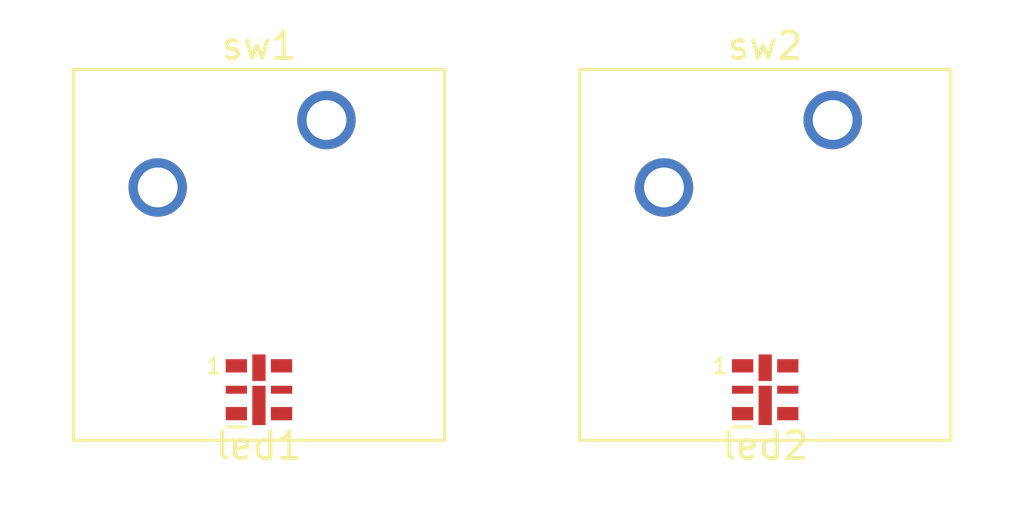
<source format=kicad_pcb>
(kicad_pcb (version 20171130) (host pcbnew 5.1.10)

  (general
    (thickness 1.6)
    (drawings 0)
    (tracks 0)
    (zones 0)
    (modules 4)
    (nets 1)
  )

  (page A4)
  (layers
    (0 F.Cu signal)
    (31 B.Cu signal)
    (32 B.Adhes user)
    (33 F.Adhes user)
    (34 B.Paste user)
    (35 F.Paste user)
    (36 B.SilkS user)
    (37 F.SilkS user)
    (38 B.Mask user)
    (39 F.Mask user)
    (40 Dwgs.User user)
    (41 Cmts.User user)
    (42 Eco1.User user)
    (43 Eco2.User user)
    (44 Edge.Cuts user)
    (45 Margin user)
    (46 B.CrtYd user)
    (47 F.CrtYd user)
    (48 B.Fab user)
    (49 F.Fab user)
  )

  (setup
    (last_trace_width 0.25)
    (trace_clearance 0.2)
    (zone_clearance 0.508)
    (zone_45_only no)
    (trace_min 0.2)
    (via_size 0.8)
    (via_drill 0.4)
    (via_min_size 0.4)
    (via_min_drill 0.3)
    (uvia_size 0.3)
    (uvia_drill 0.1)
    (uvias_allowed no)
    (uvia_min_size 0.2)
    (uvia_min_drill 0.1)
    (edge_width 0.05)
    (segment_width 0.2)
    (pcb_text_width 0.3)
    (pcb_text_size 1.5 1.5)
    (mod_edge_width 0.12)
    (mod_text_size 1 1)
    (mod_text_width 0.15)
    (pad_size 1.524 1.524)
    (pad_drill 0.762)
    (pad_to_mask_clearance 0)
    (aux_axis_origin 0 0)
    (visible_elements FFFFFF7F)
    (pcbplotparams
      (layerselection 0x010fc_ffffffff)
      (usegerberextensions false)
      (usegerberattributes true)
      (usegerberadvancedattributes true)
      (creategerberjobfile true)
      (excludeedgelayer true)
      (linewidth 0.100000)
      (plotframeref false)
      (viasonmask false)
      (mode 1)
      (useauxorigin false)
      (hpglpennumber 1)
      (hpglpenspeed 20)
      (hpglpendiameter 15.000000)
      (psnegative false)
      (psa4output false)
      (plotreference true)
      (plotvalue true)
      (plotinvisibletext false)
      (padsonsilk false)
      (subtractmaskfromsilk false)
      (outputformat 1)
      (mirror false)
      (drillshape 1)
      (scaleselection 1)
      (outputdirectory ""))
  )

  (net 0 "")

  (net_class Default "This is the default net class."
    (clearance 0.2)
    (trace_width 0.25)
    (via_dia 0.8)
    (via_drill 0.4)
    (uvia_dia 0.3)
    (uvia_drill 0.1)
  )

  (module LED_SMD:LED-APA102-2020 (layer F.Cu) (tedit 5CADBF17) (tstamp 6141C9E8)
    (at 74.93 55.245)
    (descr http://www.led-color.com/upload/201604/APA102-2020%20SMD%20LED.pdf)
    (tags "LED RGB SPI")
    (attr smd)
    (fp_text reference led2 (at 0 2.11) (layer F.SilkS)
      (effects (font (size 1 1) (thickness 0.15)))
    )
    (fp_text value LED-APA102-2020 (at 0 -2) (layer F.Fab)
      (effects (font (size 1 1) (thickness 0.15)))
    )
    (fp_text user 1 (at -1.7 -0.9) (layer F.SilkS)
      (effects (font (size 0.6 0.6) (thickness 0.1)))
    )
    (fp_text user %R (at 0 0) (layer F.Fab)
      (effects (font (size 0.3 0.3) (thickness 0.07)))
    )
    (fp_line (start -1 -1) (end 1 -1) (layer F.Fab) (width 0.1))
    (fp_line (start 1 -1) (end 1 1) (layer F.Fab) (width 0.1))
    (fp_line (start 1 1) (end -0.5 1) (layer F.Fab) (width 0.1))
    (fp_line (start -1 0.5) (end -1 -1) (layer F.Fab) (width 0.1))
    (fp_line (start 1.5 -1.4) (end 1.5 1.4) (layer F.CrtYd) (width 0.05))
    (fp_line (start -1.2 1.4) (end -0.5 1.4) (layer F.SilkS) (width 0.12))
    (fp_line (start -1 0.5) (end -0.5 1) (layer F.Fab) (width 0.1))
    (fp_line (start -1.5 -1.4) (end -1.5 1.4) (layer F.CrtYd) (width 0.05))
    (fp_line (start -0.5 1.4) (end -0.5 1.58) (layer F.CrtYd) (width 0.05))
    (fp_line (start -0.5 1.58) (end 0.5 1.58) (layer F.CrtYd) (width 0.05))
    (fp_line (start 0.5 1.58) (end 0.5 1.4) (layer F.CrtYd) (width 0.05))
    (fp_line (start -0.5 -1.4) (end -0.5 -1.58) (layer F.CrtYd) (width 0.05))
    (fp_line (start -0.5 -1.58) (end 0.5 -1.58) (layer F.CrtYd) (width 0.05))
    (fp_line (start 0.5 -1.58) (end 0.5 -1.4) (layer F.CrtYd) (width 0.05))
    (fp_line (start 0.5 -1.4) (end 1.5 -1.4) (layer F.CrtYd) (width 0.05))
    (fp_line (start -1.5 -1.4) (end -0.5 -1.4) (layer F.CrtYd) (width 0.05))
    (fp_line (start -0.5 1.4) (end -1.5 1.4) (layer F.CrtYd) (width 0.05))
    (fp_line (start 1.5 1.4) (end 0.5 1.4) (layer F.CrtYd) (width 0.05))
    (pad 6 smd rect (at 0 0.59 90) (size 1.48 0.5) (layers F.Cu F.Paste F.Mask))
    (pad 1 smd rect (at 0 -0.83 90) (size 1 0.5) (layers F.Cu F.Paste F.Mask))
    (pad 6 smd rect (at 0.85 -0.9) (size 0.8 0.5) (layers F.Cu F.Paste F.Mask))
    (pad 4 smd rect (at 0.85 0.9) (size 0.8 0.5) (layers F.Cu F.Paste F.Mask))
    (pad 5 smd rect (at 0.85 0) (size 0.8 0.3) (layers F.Cu F.Paste F.Mask))
    (pad 3 smd rect (at -0.85 0.9) (size 0.8 0.5) (layers F.Cu F.Paste F.Mask))
    (pad 2 smd rect (at -0.85 0) (size 0.8 0.3) (layers F.Cu F.Paste F.Mask))
    (pad 1 smd rect (at -0.85 -0.9) (size 0.8 0.5) (layers F.Cu F.Paste F.Mask))
    (model ${KISYS3DMOD}/LED_SMD.3dshapes/LED-APA102-2020.wrl
      (at (xyz 0 0 0))
      (scale (xyz 1 1 1))
      (rotate (xyz 0 0 0))
    )
  )

  (module LED_SMD:LED-APA102-2020 (layer F.Cu) (tedit 5CADBF17) (tstamp 6141C96B)
    (at 55.88 55.245)
    (descr http://www.led-color.com/upload/201604/APA102-2020%20SMD%20LED.pdf)
    (tags "LED RGB SPI")
    (attr smd)
    (fp_text reference led1 (at 0 2.11) (layer F.SilkS)
      (effects (font (size 1 1) (thickness 0.15)))
    )
    (fp_text value LED-APA102-2020 (at 0 -2) (layer F.Fab)
      (effects (font (size 1 1) (thickness 0.15)))
    )
    (fp_text user 1 (at -1.7 -0.9) (layer F.SilkS)
      (effects (font (size 0.6 0.6) (thickness 0.1)))
    )
    (fp_text user %R (at 0 0) (layer F.Fab)
      (effects (font (size 0.3 0.3) (thickness 0.07)))
    )
    (fp_line (start -1 -1) (end 1 -1) (layer F.Fab) (width 0.1))
    (fp_line (start 1 -1) (end 1 1) (layer F.Fab) (width 0.1))
    (fp_line (start 1 1) (end -0.5 1) (layer F.Fab) (width 0.1))
    (fp_line (start -1 0.5) (end -1 -1) (layer F.Fab) (width 0.1))
    (fp_line (start 1.5 -1.4) (end 1.5 1.4) (layer F.CrtYd) (width 0.05))
    (fp_line (start -1.2 1.4) (end -0.5 1.4) (layer F.SilkS) (width 0.12))
    (fp_line (start -1 0.5) (end -0.5 1) (layer F.Fab) (width 0.1))
    (fp_line (start -1.5 -1.4) (end -1.5 1.4) (layer F.CrtYd) (width 0.05))
    (fp_line (start -0.5 1.4) (end -0.5 1.58) (layer F.CrtYd) (width 0.05))
    (fp_line (start -0.5 1.58) (end 0.5 1.58) (layer F.CrtYd) (width 0.05))
    (fp_line (start 0.5 1.58) (end 0.5 1.4) (layer F.CrtYd) (width 0.05))
    (fp_line (start -0.5 -1.4) (end -0.5 -1.58) (layer F.CrtYd) (width 0.05))
    (fp_line (start -0.5 -1.58) (end 0.5 -1.58) (layer F.CrtYd) (width 0.05))
    (fp_line (start 0.5 -1.58) (end 0.5 -1.4) (layer F.CrtYd) (width 0.05))
    (fp_line (start 0.5 -1.4) (end 1.5 -1.4) (layer F.CrtYd) (width 0.05))
    (fp_line (start -1.5 -1.4) (end -0.5 -1.4) (layer F.CrtYd) (width 0.05))
    (fp_line (start -0.5 1.4) (end -1.5 1.4) (layer F.CrtYd) (width 0.05))
    (fp_line (start 1.5 1.4) (end 0.5 1.4) (layer F.CrtYd) (width 0.05))
    (pad 6 smd rect (at 0 0.59 90) (size 1.48 0.5) (layers F.Cu F.Paste F.Mask))
    (pad 1 smd rect (at 0 -0.83 90) (size 1 0.5) (layers F.Cu F.Paste F.Mask))
    (pad 6 smd rect (at 0.85 -0.9) (size 0.8 0.5) (layers F.Cu F.Paste F.Mask))
    (pad 4 smd rect (at 0.85 0.9) (size 0.8 0.5) (layers F.Cu F.Paste F.Mask))
    (pad 5 smd rect (at 0.85 0) (size 0.8 0.3) (layers F.Cu F.Paste F.Mask))
    (pad 3 smd rect (at -0.85 0.9) (size 0.8 0.5) (layers F.Cu F.Paste F.Mask))
    (pad 2 smd rect (at -0.85 0) (size 0.8 0.3) (layers F.Cu F.Paste F.Mask))
    (pad 1 smd rect (at -0.85 -0.9) (size 0.8 0.5) (layers F.Cu F.Paste F.Mask))
    (model ${KISYS3DMOD}/LED_SMD.3dshapes/LED-APA102-2020.wrl
      (at (xyz 0 0 0))
      (scale (xyz 1 1 1))
      (rotate (xyz 0 0 0))
    )
  )

  (module Button_Switch_Keyboard:SW_Cherry_MX_1.00u_PCB (layer F.Cu) (tedit 5A02FE24) (tstamp 6141C6D0)
    (at 77.47 45.085)
    (descr "Cherry MX keyswitch, 1.00u, PCB mount, http://cherryamericas.com/wp-content/uploads/2014/12/mx_cat.pdf")
    (tags "Cherry MX keyswitch 1.00u PCB")
    (fp_text reference sw2 (at -2.54 -2.794) (layer F.SilkS)
      (effects (font (size 1 1) (thickness 0.15)))
    )
    (fp_text value SW_Cherry_MX_1.00u_PCB (at -2.54 12.954) (layer F.Fab)
      (effects (font (size 1 1) (thickness 0.15)))
    )
    (fp_text user %R (at -2.54 -2.794) (layer F.Fab)
      (effects (font (size 1 1) (thickness 0.15)))
    )
    (fp_line (start -8.89 -1.27) (end 3.81 -1.27) (layer F.Fab) (width 0.1))
    (fp_line (start 3.81 -1.27) (end 3.81 11.43) (layer F.Fab) (width 0.1))
    (fp_line (start 3.81 11.43) (end -8.89 11.43) (layer F.Fab) (width 0.1))
    (fp_line (start -8.89 11.43) (end -8.89 -1.27) (layer F.Fab) (width 0.1))
    (fp_line (start -9.14 11.68) (end -9.14 -1.52) (layer F.CrtYd) (width 0.05))
    (fp_line (start 4.06 11.68) (end -9.14 11.68) (layer F.CrtYd) (width 0.05))
    (fp_line (start 4.06 -1.52) (end 4.06 11.68) (layer F.CrtYd) (width 0.05))
    (fp_line (start -9.14 -1.52) (end 4.06 -1.52) (layer F.CrtYd) (width 0.05))
    (fp_line (start -12.065 -4.445) (end 6.985 -4.445) (layer Dwgs.User) (width 0.15))
    (fp_line (start 6.985 -4.445) (end 6.985 14.605) (layer Dwgs.User) (width 0.15))
    (fp_line (start 6.985 14.605) (end -12.065 14.605) (layer Dwgs.User) (width 0.15))
    (fp_line (start -12.065 14.605) (end -12.065 -4.445) (layer Dwgs.User) (width 0.15))
    (fp_line (start -9.525 -1.905) (end 4.445 -1.905) (layer F.SilkS) (width 0.12))
    (fp_line (start 4.445 -1.905) (end 4.445 12.065) (layer F.SilkS) (width 0.12))
    (fp_line (start 4.445 12.065) (end -9.525 12.065) (layer F.SilkS) (width 0.12))
    (fp_line (start -9.525 12.065) (end -9.525 -1.905) (layer F.SilkS) (width 0.12))
    (pad "" np_thru_hole circle (at 2.54 5.08) (size 1.7 1.7) (drill 1.7) (layers *.Cu *.Mask))
    (pad "" np_thru_hole circle (at -7.62 5.08) (size 1.7 1.7) (drill 1.7) (layers *.Cu *.Mask))
    (pad "" np_thru_hole circle (at -2.54 5.08) (size 4 4) (drill 4) (layers *.Cu *.Mask))
    (pad 2 thru_hole circle (at -6.35 2.54) (size 2.2 2.2) (drill 1.5) (layers *.Cu *.Mask))
    (pad 1 thru_hole circle (at 0 0) (size 2.2 2.2) (drill 1.5) (layers *.Cu *.Mask))
    (model ${KISYS3DMOD}/Button_Switch_Keyboard.3dshapes/SW_Cherry_MX_1.00u_PCB.wrl
      (at (xyz 0 0 0))
      (scale (xyz 1 1 1))
      (rotate (xyz 0 0 0))
    )
  )

  (module Button_Switch_Keyboard:SW_Cherry_MX_1.00u_PCB (layer F.Cu) (tedit 5A02FE24) (tstamp 6141C66B)
    (at 58.42 45.085)
    (descr "Cherry MX keyswitch, 1.00u, PCB mount, http://cherryamericas.com/wp-content/uploads/2014/12/mx_cat.pdf")
    (tags "Cherry MX keyswitch 1.00u PCB")
    (fp_text reference sw1 (at -2.54 -2.794) (layer F.SilkS)
      (effects (font (size 1 1) (thickness 0.15)))
    )
    (fp_text value SW_Cherry_MX_1.00u_PCB (at -2.54 12.954) (layer F.Fab)
      (effects (font (size 1 1) (thickness 0.15)))
    )
    (fp_text user %R (at -2.54 -2.794) (layer F.Fab)
      (effects (font (size 1 1) (thickness 0.15)))
    )
    (fp_line (start -8.89 -1.27) (end 3.81 -1.27) (layer F.Fab) (width 0.1))
    (fp_line (start 3.81 -1.27) (end 3.81 11.43) (layer F.Fab) (width 0.1))
    (fp_line (start 3.81 11.43) (end -8.89 11.43) (layer F.Fab) (width 0.1))
    (fp_line (start -8.89 11.43) (end -8.89 -1.27) (layer F.Fab) (width 0.1))
    (fp_line (start -9.14 11.68) (end -9.14 -1.52) (layer F.CrtYd) (width 0.05))
    (fp_line (start 4.06 11.68) (end -9.14 11.68) (layer F.CrtYd) (width 0.05))
    (fp_line (start 4.06 -1.52) (end 4.06 11.68) (layer F.CrtYd) (width 0.05))
    (fp_line (start -9.14 -1.52) (end 4.06 -1.52) (layer F.CrtYd) (width 0.05))
    (fp_line (start -12.065 -4.445) (end 6.985 -4.445) (layer Dwgs.User) (width 0.15))
    (fp_line (start 6.985 -4.445) (end 6.985 14.605) (layer Dwgs.User) (width 0.15))
    (fp_line (start 6.985 14.605) (end -12.065 14.605) (layer Dwgs.User) (width 0.15))
    (fp_line (start -12.065 14.605) (end -12.065 -4.445) (layer Dwgs.User) (width 0.15))
    (fp_line (start -9.525 -1.905) (end 4.445 -1.905) (layer F.SilkS) (width 0.12))
    (fp_line (start 4.445 -1.905) (end 4.445 12.065) (layer F.SilkS) (width 0.12))
    (fp_line (start 4.445 12.065) (end -9.525 12.065) (layer F.SilkS) (width 0.12))
    (fp_line (start -9.525 12.065) (end -9.525 -1.905) (layer F.SilkS) (width 0.12))
    (pad "" np_thru_hole circle (at 2.54 5.08) (size 1.7 1.7) (drill 1.7) (layers *.Cu *.Mask))
    (pad "" np_thru_hole circle (at -7.62 5.08) (size 1.7 1.7) (drill 1.7) (layers *.Cu *.Mask))
    (pad "" np_thru_hole circle (at -2.54 5.08) (size 4 4) (drill 4) (layers *.Cu *.Mask))
    (pad 2 thru_hole circle (at -6.35 2.54) (size 2.2 2.2) (drill 1.5) (layers *.Cu *.Mask))
    (pad 1 thru_hole circle (at 0 0) (size 2.2 2.2) (drill 1.5) (layers *.Cu *.Mask))
    (model ${KISYS3DMOD}/Button_Switch_Keyboard.3dshapes/SW_Cherry_MX_1.00u_PCB.wrl
      (at (xyz 0 0 0))
      (scale (xyz 1 1 1))
      (rotate (xyz 0 0 0))
    )
  )

)

</source>
